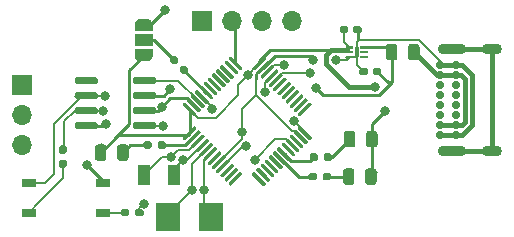
<source format=gbr>
%TF.GenerationSoftware,KiCad,Pcbnew,(5.1.10)-1*%
%TF.CreationDate,2022-11-03T02:13:26+01:00*%
%TF.ProjectId,can2usb,63616e32-7573-4622-9e6b-696361645f70,rev?*%
%TF.SameCoordinates,Original*%
%TF.FileFunction,Copper,L1,Top*%
%TF.FilePolarity,Positive*%
%FSLAX46Y46*%
G04 Gerber Fmt 4.6, Leading zero omitted, Abs format (unit mm)*
G04 Created by KiCad (PCBNEW (5.1.10)-1) date 2022-11-03 02:13:26*
%MOMM*%
%LPD*%
G01*
G04 APERTURE LIST*
%TA.AperFunction,SMDPad,CuDef*%
%ADD10R,0.300000X0.940000*%
%TD*%
%TA.AperFunction,SMDPad,CuDef*%
%ADD11R,1.000000X1.800000*%
%TD*%
%TA.AperFunction,SMDPad,CuDef*%
%ADD12R,2.000000X2.400000*%
%TD*%
%TA.AperFunction,SMDPad,CuDef*%
%ADD13R,1.200000X0.800000*%
%TD*%
%TA.AperFunction,ComponentPad*%
%ADD14O,1.700000X0.900000*%
%TD*%
%TA.AperFunction,ComponentPad*%
%ADD15O,2.400000X0.900000*%
%TD*%
%TA.AperFunction,ComponentPad*%
%ADD16C,0.700000*%
%TD*%
%TA.AperFunction,SMDPad,CuDef*%
%ADD17R,1.500000X1.000000*%
%TD*%
%TA.AperFunction,SMDPad,CuDef*%
%ADD18C,0.100000*%
%TD*%
%TA.AperFunction,ComponentPad*%
%ADD19O,1.700000X1.700000*%
%TD*%
%TA.AperFunction,ComponentPad*%
%ADD20R,1.700000X1.700000*%
%TD*%
%TA.AperFunction,ViaPad*%
%ADD21C,0.800000*%
%TD*%
%TA.AperFunction,Conductor*%
%ADD22C,0.400000*%
%TD*%
%TA.AperFunction,Conductor*%
%ADD23C,0.200000*%
%TD*%
%TA.AperFunction,Conductor*%
%ADD24C,0.250000*%
%TD*%
G04 APERTURE END LIST*
%TO.P,U6,1*%
%TO.N,+3V3*%
%TA.AperFunction,SMDPad,CuDef*%
G36*
G01*
X143576000Y-76656000D02*
X143576000Y-76468000D01*
G75*
G02*
X143582000Y-76462000I6000J0D01*
G01*
X144220000Y-76462000D01*
G75*
G02*
X144226000Y-76468000I0J-6000D01*
G01*
X144226000Y-76656000D01*
G75*
G02*
X144220000Y-76662000I-6000J0D01*
G01*
X143582000Y-76662000D01*
G75*
G02*
X143576000Y-76656000I0J6000D01*
G01*
G37*
%TD.AperFunction*%
%TO.P,U6,2*%
%TA.AperFunction,SMDPad,CuDef*%
G36*
G01*
X143576000Y-77056000D02*
X143576000Y-76868000D01*
G75*
G02*
X143582000Y-76862000I6000J0D01*
G01*
X144220000Y-76862000D01*
G75*
G02*
X144226000Y-76868000I0J-6000D01*
G01*
X144226000Y-77056000D01*
G75*
G02*
X144220000Y-77062000I-6000J0D01*
G01*
X143582000Y-77062000D01*
G75*
G02*
X143576000Y-77056000I0J6000D01*
G01*
G37*
%TD.AperFunction*%
%TO.P,U6,3*%
%TO.N,GND*%
%TA.AperFunction,SMDPad,CuDef*%
G36*
G01*
X143576000Y-77456000D02*
X143576000Y-77268000D01*
G75*
G02*
X143582000Y-77262000I6000J0D01*
G01*
X144220000Y-77262000D01*
G75*
G02*
X144226000Y-77268000I0J-6000D01*
G01*
X144226000Y-77456000D01*
G75*
G02*
X144220000Y-77462000I-6000J0D01*
G01*
X143582000Y-77462000D01*
G75*
G02*
X143576000Y-77456000I0J6000D01*
G01*
G37*
%TD.AperFunction*%
%TO.P,U6,4*%
%TO.N,N/C*%
%TA.AperFunction,SMDPad,CuDef*%
G36*
G01*
X144826000Y-77456000D02*
X144826000Y-77268000D01*
G75*
G02*
X144832000Y-77262000I6000J0D01*
G01*
X145470000Y-77262000D01*
G75*
G02*
X145476000Y-77268000I0J-6000D01*
G01*
X145476000Y-77456000D01*
G75*
G02*
X145470000Y-77462000I-6000J0D01*
G01*
X144832000Y-77462000D01*
G75*
G02*
X144826000Y-77456000I0J6000D01*
G01*
G37*
%TD.AperFunction*%
%TO.P,U6,5*%
%TA.AperFunction,SMDPad,CuDef*%
G36*
G01*
X144826000Y-77056000D02*
X144826000Y-76868000D01*
G75*
G02*
X144832000Y-76862000I6000J0D01*
G01*
X145470000Y-76862000D01*
G75*
G02*
X145476000Y-76868000I0J-6000D01*
G01*
X145476000Y-77056000D01*
G75*
G02*
X145470000Y-77062000I-6000J0D01*
G01*
X144832000Y-77062000D01*
G75*
G02*
X144826000Y-77056000I0J6000D01*
G01*
G37*
%TD.AperFunction*%
%TO.P,U6,6*%
%TO.N,+5V*%
%TA.AperFunction,SMDPad,CuDef*%
G36*
G01*
X144826000Y-76656000D02*
X144826000Y-76468000D01*
G75*
G02*
X144832000Y-76462000I6000J0D01*
G01*
X145470000Y-76462000D01*
G75*
G02*
X145476000Y-76468000I0J-6000D01*
G01*
X145476000Y-76656000D01*
G75*
G02*
X145470000Y-76662000I-6000J0D01*
G01*
X144832000Y-76662000D01*
G75*
G02*
X144826000Y-76656000I0J6000D01*
G01*
G37*
%TD.AperFunction*%
D10*
%TO.P,U6,7*%
%TO.N,GND*%
X144526000Y-76962000D03*
%TD*%
D11*
%TO.P,Y2,2*%
%TO.N,L_OSC_OUT*%
X129032000Y-87376000D03*
%TO.P,Y2,1*%
%TO.N,L_OSC_IN*%
X126532000Y-87376000D03*
%TD*%
D12*
%TO.P,Y1,2*%
%TO.N,OSC_OUT*%
X132207000Y-90932000D03*
%TO.P,Y1,1*%
%TO.N,OSC_IN*%
X128507000Y-90932000D03*
%TD*%
%TO.P,U3,8*%
%TO.N,GND*%
%TA.AperFunction,SMDPad,CuDef*%
G36*
G01*
X122579000Y-83035000D02*
X122579000Y-83335000D01*
G75*
G02*
X122429000Y-83485000I-150000J0D01*
G01*
X120779000Y-83485000D01*
G75*
G02*
X120629000Y-83335000I0J150000D01*
G01*
X120629000Y-83035000D01*
G75*
G02*
X120779000Y-82885000I150000J0D01*
G01*
X122429000Y-82885000D01*
G75*
G02*
X122579000Y-83035000I0J-150000D01*
G01*
G37*
%TD.AperFunction*%
%TO.P,U3,7*%
%TO.N,CAN_H*%
%TA.AperFunction,SMDPad,CuDef*%
G36*
G01*
X122579000Y-81765000D02*
X122579000Y-82065000D01*
G75*
G02*
X122429000Y-82215000I-150000J0D01*
G01*
X120779000Y-82215000D01*
G75*
G02*
X120629000Y-82065000I0J150000D01*
G01*
X120629000Y-81765000D01*
G75*
G02*
X120779000Y-81615000I150000J0D01*
G01*
X122429000Y-81615000D01*
G75*
G02*
X122579000Y-81765000I0J-150000D01*
G01*
G37*
%TD.AperFunction*%
%TO.P,U3,6*%
%TO.N,CAN_L*%
%TA.AperFunction,SMDPad,CuDef*%
G36*
G01*
X122579000Y-80495000D02*
X122579000Y-80795000D01*
G75*
G02*
X122429000Y-80945000I-150000J0D01*
G01*
X120779000Y-80945000D01*
G75*
G02*
X120629000Y-80795000I0J150000D01*
G01*
X120629000Y-80495000D01*
G75*
G02*
X120779000Y-80345000I150000J0D01*
G01*
X122429000Y-80345000D01*
G75*
G02*
X122579000Y-80495000I0J-150000D01*
G01*
G37*
%TD.AperFunction*%
%TO.P,U3,5*%
%TO.N,N/C*%
%TA.AperFunction,SMDPad,CuDef*%
G36*
G01*
X122579000Y-79225000D02*
X122579000Y-79525000D01*
G75*
G02*
X122429000Y-79675000I-150000J0D01*
G01*
X120779000Y-79675000D01*
G75*
G02*
X120629000Y-79525000I0J150000D01*
G01*
X120629000Y-79225000D01*
G75*
G02*
X120779000Y-79075000I150000J0D01*
G01*
X122429000Y-79075000D01*
G75*
G02*
X122579000Y-79225000I0J-150000D01*
G01*
G37*
%TD.AperFunction*%
%TO.P,U3,4*%
%TO.N,CAN_TX*%
%TA.AperFunction,SMDPad,CuDef*%
G36*
G01*
X127529000Y-79225000D02*
X127529000Y-79525000D01*
G75*
G02*
X127379000Y-79675000I-150000J0D01*
G01*
X125729000Y-79675000D01*
G75*
G02*
X125579000Y-79525000I0J150000D01*
G01*
X125579000Y-79225000D01*
G75*
G02*
X125729000Y-79075000I150000J0D01*
G01*
X127379000Y-79075000D01*
G75*
G02*
X127529000Y-79225000I0J-150000D01*
G01*
G37*
%TD.AperFunction*%
%TO.P,U3,3*%
%TO.N,+5V*%
%TA.AperFunction,SMDPad,CuDef*%
G36*
G01*
X127529000Y-80495000D02*
X127529000Y-80795000D01*
G75*
G02*
X127379000Y-80945000I-150000J0D01*
G01*
X125729000Y-80945000D01*
G75*
G02*
X125579000Y-80795000I0J150000D01*
G01*
X125579000Y-80495000D01*
G75*
G02*
X125729000Y-80345000I150000J0D01*
G01*
X127379000Y-80345000D01*
G75*
G02*
X127529000Y-80495000I0J-150000D01*
G01*
G37*
%TD.AperFunction*%
%TO.P,U3,2*%
%TO.N,GND*%
%TA.AperFunction,SMDPad,CuDef*%
G36*
G01*
X127529000Y-81765000D02*
X127529000Y-82065000D01*
G75*
G02*
X127379000Y-82215000I-150000J0D01*
G01*
X125729000Y-82215000D01*
G75*
G02*
X125579000Y-82065000I0J150000D01*
G01*
X125579000Y-81765000D01*
G75*
G02*
X125729000Y-81615000I150000J0D01*
G01*
X127379000Y-81615000D01*
G75*
G02*
X127529000Y-81765000I0J-150000D01*
G01*
G37*
%TD.AperFunction*%
%TO.P,U3,1*%
%TO.N,CAN_RX*%
%TA.AperFunction,SMDPad,CuDef*%
G36*
G01*
X127529000Y-83035000D02*
X127529000Y-83335000D01*
G75*
G02*
X127379000Y-83485000I-150000J0D01*
G01*
X125729000Y-83485000D01*
G75*
G02*
X125579000Y-83335000I0J150000D01*
G01*
X125579000Y-83035000D01*
G75*
G02*
X125729000Y-82885000I150000J0D01*
G01*
X127379000Y-82885000D01*
G75*
G02*
X127529000Y-83035000I0J-150000D01*
G01*
G37*
%TD.AperFunction*%
%TD*%
D13*
%TO.P,U2,1*%
%TO.N,Net-(R5-Pad2)*%
X123038000Y-90551000D03*
%TO.P,U2,4*%
%TO.N,CAN_L*%
X116738000Y-88011000D03*
%TO.P,U2,3*%
%TO.N,GND*%
X123038000Y-88011000D03*
%TO.P,U2,6*%
%TO.N,Net-(R_Terminator1-Pad2)*%
X116738000Y-90551000D03*
%TD*%
%TO.P,U1,48*%
%TO.N,+3V3*%
%TA.AperFunction,SMDPad,CuDef*%
G36*
G01*
X130729516Y-82379736D02*
X129792600Y-81442820D01*
G75*
G02*
X129792600Y-81336754I53033J53033D01*
G01*
X129898666Y-81230688D01*
G75*
G02*
X130004732Y-81230688I53033J-53033D01*
G01*
X130941648Y-82167604D01*
G75*
G02*
X130941648Y-82273670I-53033J-53033D01*
G01*
X130835582Y-82379736D01*
G75*
G02*
X130729516Y-82379736I-53033J53033D01*
G01*
G37*
%TD.AperFunction*%
%TO.P,U1,47*%
%TO.N,GND*%
%TA.AperFunction,SMDPad,CuDef*%
G36*
G01*
X131083070Y-82026182D02*
X130146154Y-81089266D01*
G75*
G02*
X130146154Y-80983200I53033J53033D01*
G01*
X130252220Y-80877134D01*
G75*
G02*
X130358286Y-80877134I53033J-53033D01*
G01*
X131295202Y-81814050D01*
G75*
G02*
X131295202Y-81920116I-53033J-53033D01*
G01*
X131189136Y-82026182D01*
G75*
G02*
X131083070Y-82026182I-53033J53033D01*
G01*
G37*
%TD.AperFunction*%
%TO.P,U1,46*%
%TO.N,CAN_TX*%
%TA.AperFunction,SMDPad,CuDef*%
G36*
G01*
X131436623Y-81672629D02*
X130499707Y-80735713D01*
G75*
G02*
X130499707Y-80629647I53033J53033D01*
G01*
X130605773Y-80523581D01*
G75*
G02*
X130711839Y-80523581I53033J-53033D01*
G01*
X131648755Y-81460497D01*
G75*
G02*
X131648755Y-81566563I-53033J-53033D01*
G01*
X131542689Y-81672629D01*
G75*
G02*
X131436623Y-81672629I-53033J53033D01*
G01*
G37*
%TD.AperFunction*%
%TO.P,U1,45*%
%TO.N,CAN_RX*%
%TA.AperFunction,SMDPad,CuDef*%
G36*
G01*
X131790177Y-81319075D02*
X130853261Y-80382159D01*
G75*
G02*
X130853261Y-80276093I53033J53033D01*
G01*
X130959327Y-80170027D01*
G75*
G02*
X131065393Y-80170027I53033J-53033D01*
G01*
X132002309Y-81106943D01*
G75*
G02*
X132002309Y-81213009I-53033J-53033D01*
G01*
X131896243Y-81319075D01*
G75*
G02*
X131790177Y-81319075I-53033J53033D01*
G01*
G37*
%TD.AperFunction*%
%TO.P,U1,44*%
%TO.N,BOOT0*%
%TA.AperFunction,SMDPad,CuDef*%
G36*
G01*
X132143730Y-80965522D02*
X131206814Y-80028606D01*
G75*
G02*
X131206814Y-79922540I53033J53033D01*
G01*
X131312880Y-79816474D01*
G75*
G02*
X131418946Y-79816474I53033J-53033D01*
G01*
X132355862Y-80753390D01*
G75*
G02*
X132355862Y-80859456I-53033J-53033D01*
G01*
X132249796Y-80965522D01*
G75*
G02*
X132143730Y-80965522I-53033J53033D01*
G01*
G37*
%TD.AperFunction*%
%TO.P,U1,43*%
%TO.N,N/C*%
%TA.AperFunction,SMDPad,CuDef*%
G36*
G01*
X132497283Y-80611969D02*
X131560367Y-79675053D01*
G75*
G02*
X131560367Y-79568987I53033J53033D01*
G01*
X131666433Y-79462921D01*
G75*
G02*
X131772499Y-79462921I53033J-53033D01*
G01*
X132709415Y-80399837D01*
G75*
G02*
X132709415Y-80505903I-53033J-53033D01*
G01*
X132603349Y-80611969D01*
G75*
G02*
X132497283Y-80611969I-53033J53033D01*
G01*
G37*
%TD.AperFunction*%
%TO.P,U1,42*%
%TA.AperFunction,SMDPad,CuDef*%
G36*
G01*
X132850837Y-80258415D02*
X131913921Y-79321499D01*
G75*
G02*
X131913921Y-79215433I53033J53033D01*
G01*
X132019987Y-79109367D01*
G75*
G02*
X132126053Y-79109367I53033J-53033D01*
G01*
X133062969Y-80046283D01*
G75*
G02*
X133062969Y-80152349I-53033J-53033D01*
G01*
X132956903Y-80258415D01*
G75*
G02*
X132850837Y-80258415I-53033J53033D01*
G01*
G37*
%TD.AperFunction*%
%TO.P,U1,41*%
%TA.AperFunction,SMDPad,CuDef*%
G36*
G01*
X133204390Y-79904862D02*
X132267474Y-78967946D01*
G75*
G02*
X132267474Y-78861880I53033J53033D01*
G01*
X132373540Y-78755814D01*
G75*
G02*
X132479606Y-78755814I53033J-53033D01*
G01*
X133416522Y-79692730D01*
G75*
G02*
X133416522Y-79798796I-53033J-53033D01*
G01*
X133310456Y-79904862D01*
G75*
G02*
X133204390Y-79904862I-53033J53033D01*
G01*
G37*
%TD.AperFunction*%
%TO.P,U1,40*%
%TA.AperFunction,SMDPad,CuDef*%
G36*
G01*
X133557943Y-79551309D02*
X132621027Y-78614393D01*
G75*
G02*
X132621027Y-78508327I53033J53033D01*
G01*
X132727093Y-78402261D01*
G75*
G02*
X132833159Y-78402261I53033J-53033D01*
G01*
X133770075Y-79339177D01*
G75*
G02*
X133770075Y-79445243I-53033J-53033D01*
G01*
X133664009Y-79551309D01*
G75*
G02*
X133557943Y-79551309I-53033J53033D01*
G01*
G37*
%TD.AperFunction*%
%TO.P,U1,39*%
%TA.AperFunction,SMDPad,CuDef*%
G36*
G01*
X133911497Y-79197755D02*
X132974581Y-78260839D01*
G75*
G02*
X132974581Y-78154773I53033J53033D01*
G01*
X133080647Y-78048707D01*
G75*
G02*
X133186713Y-78048707I53033J-53033D01*
G01*
X134123629Y-78985623D01*
G75*
G02*
X134123629Y-79091689I-53033J-53033D01*
G01*
X134017563Y-79197755D01*
G75*
G02*
X133911497Y-79197755I-53033J53033D01*
G01*
G37*
%TD.AperFunction*%
%TO.P,U1,38*%
%TA.AperFunction,SMDPad,CuDef*%
G36*
G01*
X134265050Y-78844202D02*
X133328134Y-77907286D01*
G75*
G02*
X133328134Y-77801220I53033J53033D01*
G01*
X133434200Y-77695154D01*
G75*
G02*
X133540266Y-77695154I53033J-53033D01*
G01*
X134477182Y-78632070D01*
G75*
G02*
X134477182Y-78738136I-53033J-53033D01*
G01*
X134371116Y-78844202D01*
G75*
G02*
X134265050Y-78844202I-53033J53033D01*
G01*
G37*
%TD.AperFunction*%
%TO.P,U1,37*%
%TO.N,SWCLK*%
%TA.AperFunction,SMDPad,CuDef*%
G36*
G01*
X134618604Y-78490648D02*
X133681688Y-77553732D01*
G75*
G02*
X133681688Y-77447666I53033J53033D01*
G01*
X133787754Y-77341600D01*
G75*
G02*
X133893820Y-77341600I53033J-53033D01*
G01*
X134830736Y-78278516D01*
G75*
G02*
X134830736Y-78384582I-53033J-53033D01*
G01*
X134724670Y-78490648D01*
G75*
G02*
X134618604Y-78490648I-53033J53033D01*
G01*
G37*
%TD.AperFunction*%
%TO.P,U1,36*%
%TO.N,+3V3*%
%TA.AperFunction,SMDPad,CuDef*%
G36*
G01*
X135785330Y-78490648D02*
X135679264Y-78384582D01*
G75*
G02*
X135679264Y-78278516I53033J53033D01*
G01*
X136616180Y-77341600D01*
G75*
G02*
X136722246Y-77341600I53033J-53033D01*
G01*
X136828312Y-77447666D01*
G75*
G02*
X136828312Y-77553732I-53033J-53033D01*
G01*
X135891396Y-78490648D01*
G75*
G02*
X135785330Y-78490648I-53033J53033D01*
G01*
G37*
%TD.AperFunction*%
%TO.P,U1,35*%
%TO.N,GND*%
%TA.AperFunction,SMDPad,CuDef*%
G36*
G01*
X136138884Y-78844202D02*
X136032818Y-78738136D01*
G75*
G02*
X136032818Y-78632070I53033J53033D01*
G01*
X136969734Y-77695154D01*
G75*
G02*
X137075800Y-77695154I53033J-53033D01*
G01*
X137181866Y-77801220D01*
G75*
G02*
X137181866Y-77907286I-53033J-53033D01*
G01*
X136244950Y-78844202D01*
G75*
G02*
X136138884Y-78844202I-53033J53033D01*
G01*
G37*
%TD.AperFunction*%
%TO.P,U1,34*%
%TO.N,SWDIO*%
%TA.AperFunction,SMDPad,CuDef*%
G36*
G01*
X136492437Y-79197755D02*
X136386371Y-79091689D01*
G75*
G02*
X136386371Y-78985623I53033J53033D01*
G01*
X137323287Y-78048707D01*
G75*
G02*
X137429353Y-78048707I53033J-53033D01*
G01*
X137535419Y-78154773D01*
G75*
G02*
X137535419Y-78260839I-53033J-53033D01*
G01*
X136598503Y-79197755D01*
G75*
G02*
X136492437Y-79197755I-53033J53033D01*
G01*
G37*
%TD.AperFunction*%
%TO.P,U1,33*%
%TO.N,USB_D+*%
%TA.AperFunction,SMDPad,CuDef*%
G36*
G01*
X136845991Y-79551309D02*
X136739925Y-79445243D01*
G75*
G02*
X136739925Y-79339177I53033J53033D01*
G01*
X137676841Y-78402261D01*
G75*
G02*
X137782907Y-78402261I53033J-53033D01*
G01*
X137888973Y-78508327D01*
G75*
G02*
X137888973Y-78614393I-53033J-53033D01*
G01*
X136952057Y-79551309D01*
G75*
G02*
X136845991Y-79551309I-53033J53033D01*
G01*
G37*
%TD.AperFunction*%
%TO.P,U1,32*%
%TO.N,USB_D-*%
%TA.AperFunction,SMDPad,CuDef*%
G36*
G01*
X137199544Y-79904862D02*
X137093478Y-79798796D01*
G75*
G02*
X137093478Y-79692730I53033J53033D01*
G01*
X138030394Y-78755814D01*
G75*
G02*
X138136460Y-78755814I53033J-53033D01*
G01*
X138242526Y-78861880D01*
G75*
G02*
X138242526Y-78967946I-53033J-53033D01*
G01*
X137305610Y-79904862D01*
G75*
G02*
X137199544Y-79904862I-53033J53033D01*
G01*
G37*
%TD.AperFunction*%
%TO.P,U1,31*%
%TO.N,N/C*%
%TA.AperFunction,SMDPad,CuDef*%
G36*
G01*
X137553097Y-80258415D02*
X137447031Y-80152349D01*
G75*
G02*
X137447031Y-80046283I53033J53033D01*
G01*
X138383947Y-79109367D01*
G75*
G02*
X138490013Y-79109367I53033J-53033D01*
G01*
X138596079Y-79215433D01*
G75*
G02*
X138596079Y-79321499I-53033J-53033D01*
G01*
X137659163Y-80258415D01*
G75*
G02*
X137553097Y-80258415I-53033J53033D01*
G01*
G37*
%TD.AperFunction*%
%TO.P,U1,30*%
%TA.AperFunction,SMDPad,CuDef*%
G36*
G01*
X137906651Y-80611969D02*
X137800585Y-80505903D01*
G75*
G02*
X137800585Y-80399837I53033J53033D01*
G01*
X138737501Y-79462921D01*
G75*
G02*
X138843567Y-79462921I53033J-53033D01*
G01*
X138949633Y-79568987D01*
G75*
G02*
X138949633Y-79675053I-53033J-53033D01*
G01*
X138012717Y-80611969D01*
G75*
G02*
X137906651Y-80611969I-53033J53033D01*
G01*
G37*
%TD.AperFunction*%
%TO.P,U1,29*%
%TA.AperFunction,SMDPad,CuDef*%
G36*
G01*
X138260204Y-80965522D02*
X138154138Y-80859456D01*
G75*
G02*
X138154138Y-80753390I53033J53033D01*
G01*
X139091054Y-79816474D01*
G75*
G02*
X139197120Y-79816474I53033J-53033D01*
G01*
X139303186Y-79922540D01*
G75*
G02*
X139303186Y-80028606I-53033J-53033D01*
G01*
X138366270Y-80965522D01*
G75*
G02*
X138260204Y-80965522I-53033J53033D01*
G01*
G37*
%TD.AperFunction*%
%TO.P,U1,28*%
%TA.AperFunction,SMDPad,CuDef*%
G36*
G01*
X138613757Y-81319075D02*
X138507691Y-81213009D01*
G75*
G02*
X138507691Y-81106943I53033J53033D01*
G01*
X139444607Y-80170027D01*
G75*
G02*
X139550673Y-80170027I53033J-53033D01*
G01*
X139656739Y-80276093D01*
G75*
G02*
X139656739Y-80382159I-53033J-53033D01*
G01*
X138719823Y-81319075D01*
G75*
G02*
X138613757Y-81319075I-53033J53033D01*
G01*
G37*
%TD.AperFunction*%
%TO.P,U1,27*%
%TA.AperFunction,SMDPad,CuDef*%
G36*
G01*
X138967311Y-81672629D02*
X138861245Y-81566563D01*
G75*
G02*
X138861245Y-81460497I53033J53033D01*
G01*
X139798161Y-80523581D01*
G75*
G02*
X139904227Y-80523581I53033J-53033D01*
G01*
X140010293Y-80629647D01*
G75*
G02*
X140010293Y-80735713I-53033J-53033D01*
G01*
X139073377Y-81672629D01*
G75*
G02*
X138967311Y-81672629I-53033J53033D01*
G01*
G37*
%TD.AperFunction*%
%TO.P,U1,26*%
%TA.AperFunction,SMDPad,CuDef*%
G36*
G01*
X139320864Y-82026182D02*
X139214798Y-81920116D01*
G75*
G02*
X139214798Y-81814050I53033J53033D01*
G01*
X140151714Y-80877134D01*
G75*
G02*
X140257780Y-80877134I53033J-53033D01*
G01*
X140363846Y-80983200D01*
G75*
G02*
X140363846Y-81089266I-53033J-53033D01*
G01*
X139426930Y-82026182D01*
G75*
G02*
X139320864Y-82026182I-53033J53033D01*
G01*
G37*
%TD.AperFunction*%
%TO.P,U1,25*%
%TA.AperFunction,SMDPad,CuDef*%
G36*
G01*
X139674418Y-82379736D02*
X139568352Y-82273670D01*
G75*
G02*
X139568352Y-82167604I53033J53033D01*
G01*
X140505268Y-81230688D01*
G75*
G02*
X140611334Y-81230688I53033J-53033D01*
G01*
X140717400Y-81336754D01*
G75*
G02*
X140717400Y-81442820I-53033J-53033D01*
G01*
X139780484Y-82379736D01*
G75*
G02*
X139674418Y-82379736I-53033J53033D01*
G01*
G37*
%TD.AperFunction*%
%TO.P,U1,24*%
%TO.N,+3V3*%
%TA.AperFunction,SMDPad,CuDef*%
G36*
G01*
X140505268Y-84377312D02*
X139568352Y-83440396D01*
G75*
G02*
X139568352Y-83334330I53033J53033D01*
G01*
X139674418Y-83228264D01*
G75*
G02*
X139780484Y-83228264I53033J-53033D01*
G01*
X140717400Y-84165180D01*
G75*
G02*
X140717400Y-84271246I-53033J-53033D01*
G01*
X140611334Y-84377312D01*
G75*
G02*
X140505268Y-84377312I-53033J53033D01*
G01*
G37*
%TD.AperFunction*%
%TO.P,U1,23*%
%TO.N,GND*%
%TA.AperFunction,SMDPad,CuDef*%
G36*
G01*
X140151714Y-84730866D02*
X139214798Y-83793950D01*
G75*
G02*
X139214798Y-83687884I53033J53033D01*
G01*
X139320864Y-83581818D01*
G75*
G02*
X139426930Y-83581818I53033J-53033D01*
G01*
X140363846Y-84518734D01*
G75*
G02*
X140363846Y-84624800I-53033J-53033D01*
G01*
X140257780Y-84730866D01*
G75*
G02*
X140151714Y-84730866I-53033J53033D01*
G01*
G37*
%TD.AperFunction*%
%TO.P,U1,22*%
%TO.N,N/C*%
%TA.AperFunction,SMDPad,CuDef*%
G36*
G01*
X139798161Y-85084419D02*
X138861245Y-84147503D01*
G75*
G02*
X138861245Y-84041437I53033J53033D01*
G01*
X138967311Y-83935371D01*
G75*
G02*
X139073377Y-83935371I53033J-53033D01*
G01*
X140010293Y-84872287D01*
G75*
G02*
X140010293Y-84978353I-53033J-53033D01*
G01*
X139904227Y-85084419D01*
G75*
G02*
X139798161Y-85084419I-53033J53033D01*
G01*
G37*
%TD.AperFunction*%
%TO.P,U1,21*%
%TO.N,TERMINATOR_SW*%
%TA.AperFunction,SMDPad,CuDef*%
G36*
G01*
X139444607Y-85437973D02*
X138507691Y-84501057D01*
G75*
G02*
X138507691Y-84394991I53033J53033D01*
G01*
X138613757Y-84288925D01*
G75*
G02*
X138719823Y-84288925I53033J-53033D01*
G01*
X139656739Y-85225841D01*
G75*
G02*
X139656739Y-85331907I-53033J-53033D01*
G01*
X139550673Y-85437973D01*
G75*
G02*
X139444607Y-85437973I-53033J53033D01*
G01*
G37*
%TD.AperFunction*%
%TO.P,U1,20*%
%TO.N,N/C*%
%TA.AperFunction,SMDPad,CuDef*%
G36*
G01*
X139091054Y-85791526D02*
X138154138Y-84854610D01*
G75*
G02*
X138154138Y-84748544I53033J53033D01*
G01*
X138260204Y-84642478D01*
G75*
G02*
X138366270Y-84642478I53033J-53033D01*
G01*
X139303186Y-85579394D01*
G75*
G02*
X139303186Y-85685460I-53033J-53033D01*
G01*
X139197120Y-85791526D01*
G75*
G02*
X139091054Y-85791526I-53033J53033D01*
G01*
G37*
%TD.AperFunction*%
%TO.P,U1,19*%
%TO.N,UART_LED*%
%TA.AperFunction,SMDPad,CuDef*%
G36*
G01*
X138737501Y-86145079D02*
X137800585Y-85208163D01*
G75*
G02*
X137800585Y-85102097I53033J53033D01*
G01*
X137906651Y-84996031D01*
G75*
G02*
X138012717Y-84996031I53033J-53033D01*
G01*
X138949633Y-85932947D01*
G75*
G02*
X138949633Y-86039013I-53033J-53033D01*
G01*
X138843567Y-86145079D01*
G75*
G02*
X138737501Y-86145079I-53033J53033D01*
G01*
G37*
%TD.AperFunction*%
%TO.P,U1,18*%
%TO.N,CAN_LED*%
%TA.AperFunction,SMDPad,CuDef*%
G36*
G01*
X138383947Y-86498633D02*
X137447031Y-85561717D01*
G75*
G02*
X137447031Y-85455651I53033J53033D01*
G01*
X137553097Y-85349585D01*
G75*
G02*
X137659163Y-85349585I53033J-53033D01*
G01*
X138596079Y-86286501D01*
G75*
G02*
X138596079Y-86392567I-53033J-53033D01*
G01*
X138490013Y-86498633D01*
G75*
G02*
X138383947Y-86498633I-53033J53033D01*
G01*
G37*
%TD.AperFunction*%
%TO.P,U1,17*%
%TO.N,N/C*%
%TA.AperFunction,SMDPad,CuDef*%
G36*
G01*
X138030394Y-86852186D02*
X137093478Y-85915270D01*
G75*
G02*
X137093478Y-85809204I53033J53033D01*
G01*
X137199544Y-85703138D01*
G75*
G02*
X137305610Y-85703138I53033J-53033D01*
G01*
X138242526Y-86640054D01*
G75*
G02*
X138242526Y-86746120I-53033J-53033D01*
G01*
X138136460Y-86852186D01*
G75*
G02*
X138030394Y-86852186I-53033J53033D01*
G01*
G37*
%TD.AperFunction*%
%TO.P,U1,16*%
%TA.AperFunction,SMDPad,CuDef*%
G36*
G01*
X137676841Y-87205739D02*
X136739925Y-86268823D01*
G75*
G02*
X136739925Y-86162757I53033J53033D01*
G01*
X136845991Y-86056691D01*
G75*
G02*
X136952057Y-86056691I53033J-53033D01*
G01*
X137888973Y-86993607D01*
G75*
G02*
X137888973Y-87099673I-53033J-53033D01*
G01*
X137782907Y-87205739D01*
G75*
G02*
X137676841Y-87205739I-53033J53033D01*
G01*
G37*
%TD.AperFunction*%
%TO.P,U1,15*%
%TA.AperFunction,SMDPad,CuDef*%
G36*
G01*
X137323287Y-87559293D02*
X136386371Y-86622377D01*
G75*
G02*
X136386371Y-86516311I53033J53033D01*
G01*
X136492437Y-86410245D01*
G75*
G02*
X136598503Y-86410245I53033J-53033D01*
G01*
X137535419Y-87347161D01*
G75*
G02*
X137535419Y-87453227I-53033J-53033D01*
G01*
X137429353Y-87559293D01*
G75*
G02*
X137323287Y-87559293I-53033J53033D01*
G01*
G37*
%TD.AperFunction*%
%TO.P,U1,14*%
%TA.AperFunction,SMDPad,CuDef*%
G36*
G01*
X136969734Y-87912846D02*
X136032818Y-86975930D01*
G75*
G02*
X136032818Y-86869864I53033J53033D01*
G01*
X136138884Y-86763798D01*
G75*
G02*
X136244950Y-86763798I53033J-53033D01*
G01*
X137181866Y-87700714D01*
G75*
G02*
X137181866Y-87806780I-53033J-53033D01*
G01*
X137075800Y-87912846D01*
G75*
G02*
X136969734Y-87912846I-53033J53033D01*
G01*
G37*
%TD.AperFunction*%
%TO.P,U1,13*%
%TA.AperFunction,SMDPad,CuDef*%
G36*
G01*
X136616180Y-88266400D02*
X135679264Y-87329484D01*
G75*
G02*
X135679264Y-87223418I53033J53033D01*
G01*
X135785330Y-87117352D01*
G75*
G02*
X135891396Y-87117352I53033J-53033D01*
G01*
X136828312Y-88054268D01*
G75*
G02*
X136828312Y-88160334I-53033J-53033D01*
G01*
X136722246Y-88266400D01*
G75*
G02*
X136616180Y-88266400I-53033J53033D01*
G01*
G37*
%TD.AperFunction*%
%TO.P,U1,12*%
%TA.AperFunction,SMDPad,CuDef*%
G36*
G01*
X133787754Y-88266400D02*
X133681688Y-88160334D01*
G75*
G02*
X133681688Y-88054268I53033J53033D01*
G01*
X134618604Y-87117352D01*
G75*
G02*
X134724670Y-87117352I53033J-53033D01*
G01*
X134830736Y-87223418D01*
G75*
G02*
X134830736Y-87329484I-53033J-53033D01*
G01*
X133893820Y-88266400D01*
G75*
G02*
X133787754Y-88266400I-53033J53033D01*
G01*
G37*
%TD.AperFunction*%
%TO.P,U1,11*%
%TA.AperFunction,SMDPad,CuDef*%
G36*
G01*
X133434200Y-87912846D02*
X133328134Y-87806780D01*
G75*
G02*
X133328134Y-87700714I53033J53033D01*
G01*
X134265050Y-86763798D01*
G75*
G02*
X134371116Y-86763798I53033J-53033D01*
G01*
X134477182Y-86869864D01*
G75*
G02*
X134477182Y-86975930I-53033J-53033D01*
G01*
X133540266Y-87912846D01*
G75*
G02*
X133434200Y-87912846I-53033J53033D01*
G01*
G37*
%TD.AperFunction*%
%TO.P,U1,10*%
%TA.AperFunction,SMDPad,CuDef*%
G36*
G01*
X133080647Y-87559293D02*
X132974581Y-87453227D01*
G75*
G02*
X132974581Y-87347161I53033J53033D01*
G01*
X133911497Y-86410245D01*
G75*
G02*
X134017563Y-86410245I53033J-53033D01*
G01*
X134123629Y-86516311D01*
G75*
G02*
X134123629Y-86622377I-53033J-53033D01*
G01*
X133186713Y-87559293D01*
G75*
G02*
X133080647Y-87559293I-53033J53033D01*
G01*
G37*
%TD.AperFunction*%
%TO.P,U1,9*%
%TO.N,+3V3*%
%TA.AperFunction,SMDPad,CuDef*%
G36*
G01*
X132727093Y-87205739D02*
X132621027Y-87099673D01*
G75*
G02*
X132621027Y-86993607I53033J53033D01*
G01*
X133557943Y-86056691D01*
G75*
G02*
X133664009Y-86056691I53033J-53033D01*
G01*
X133770075Y-86162757D01*
G75*
G02*
X133770075Y-86268823I-53033J-53033D01*
G01*
X132833159Y-87205739D01*
G75*
G02*
X132727093Y-87205739I-53033J53033D01*
G01*
G37*
%TD.AperFunction*%
%TO.P,U1,8*%
%TO.N,GND*%
%TA.AperFunction,SMDPad,CuDef*%
G36*
G01*
X132373540Y-86852186D02*
X132267474Y-86746120D01*
G75*
G02*
X132267474Y-86640054I53033J53033D01*
G01*
X133204390Y-85703138D01*
G75*
G02*
X133310456Y-85703138I53033J-53033D01*
G01*
X133416522Y-85809204D01*
G75*
G02*
X133416522Y-85915270I-53033J-53033D01*
G01*
X132479606Y-86852186D01*
G75*
G02*
X132373540Y-86852186I-53033J53033D01*
G01*
G37*
%TD.AperFunction*%
%TO.P,U1,7*%
%TO.N,N/C*%
%TA.AperFunction,SMDPad,CuDef*%
G36*
G01*
X132019987Y-86498633D02*
X131913921Y-86392567D01*
G75*
G02*
X131913921Y-86286501I53033J53033D01*
G01*
X132850837Y-85349585D01*
G75*
G02*
X132956903Y-85349585I53033J-53033D01*
G01*
X133062969Y-85455651D01*
G75*
G02*
X133062969Y-85561717I-53033J-53033D01*
G01*
X132126053Y-86498633D01*
G75*
G02*
X132019987Y-86498633I-53033J53033D01*
G01*
G37*
%TD.AperFunction*%
%TO.P,U1,6*%
%TO.N,OSC_OUT*%
%TA.AperFunction,SMDPad,CuDef*%
G36*
G01*
X131666433Y-86145079D02*
X131560367Y-86039013D01*
G75*
G02*
X131560367Y-85932947I53033J53033D01*
G01*
X132497283Y-84996031D01*
G75*
G02*
X132603349Y-84996031I53033J-53033D01*
G01*
X132709415Y-85102097D01*
G75*
G02*
X132709415Y-85208163I-53033J-53033D01*
G01*
X131772499Y-86145079D01*
G75*
G02*
X131666433Y-86145079I-53033J53033D01*
G01*
G37*
%TD.AperFunction*%
%TO.P,U1,5*%
%TO.N,OSC_IN*%
%TA.AperFunction,SMDPad,CuDef*%
G36*
G01*
X131312880Y-85791526D02*
X131206814Y-85685460D01*
G75*
G02*
X131206814Y-85579394I53033J53033D01*
G01*
X132143730Y-84642478D01*
G75*
G02*
X132249796Y-84642478I53033J-53033D01*
G01*
X132355862Y-84748544D01*
G75*
G02*
X132355862Y-84854610I-53033J-53033D01*
G01*
X131418946Y-85791526D01*
G75*
G02*
X131312880Y-85791526I-53033J53033D01*
G01*
G37*
%TD.AperFunction*%
%TO.P,U1,4*%
%TO.N,L_OSC_OUT*%
%TA.AperFunction,SMDPad,CuDef*%
G36*
G01*
X130959327Y-85437973D02*
X130853261Y-85331907D01*
G75*
G02*
X130853261Y-85225841I53033J53033D01*
G01*
X131790177Y-84288925D01*
G75*
G02*
X131896243Y-84288925I53033J-53033D01*
G01*
X132002309Y-84394991D01*
G75*
G02*
X132002309Y-84501057I-53033J-53033D01*
G01*
X131065393Y-85437973D01*
G75*
G02*
X130959327Y-85437973I-53033J53033D01*
G01*
G37*
%TD.AperFunction*%
%TO.P,U1,3*%
%TO.N,L_OSC_IN*%
%TA.AperFunction,SMDPad,CuDef*%
G36*
G01*
X130605773Y-85084419D02*
X130499707Y-84978353D01*
G75*
G02*
X130499707Y-84872287I53033J53033D01*
G01*
X131436623Y-83935371D01*
G75*
G02*
X131542689Y-83935371I53033J-53033D01*
G01*
X131648755Y-84041437D01*
G75*
G02*
X131648755Y-84147503I-53033J-53033D01*
G01*
X130711839Y-85084419D01*
G75*
G02*
X130605773Y-85084419I-53033J53033D01*
G01*
G37*
%TD.AperFunction*%
%TO.P,U1,2*%
%TO.N,B_LED*%
%TA.AperFunction,SMDPad,CuDef*%
G36*
G01*
X130252220Y-84730866D02*
X130146154Y-84624800D01*
G75*
G02*
X130146154Y-84518734I53033J53033D01*
G01*
X131083070Y-83581818D01*
G75*
G02*
X131189136Y-83581818I53033J-53033D01*
G01*
X131295202Y-83687884D01*
G75*
G02*
X131295202Y-83793950I-53033J-53033D01*
G01*
X130358286Y-84730866D01*
G75*
G02*
X130252220Y-84730866I-53033J53033D01*
G01*
G37*
%TD.AperFunction*%
%TO.P,U1,1*%
%TO.N,+3V3*%
%TA.AperFunction,SMDPad,CuDef*%
G36*
G01*
X129898666Y-84377312D02*
X129792600Y-84271246D01*
G75*
G02*
X129792600Y-84165180I53033J53033D01*
G01*
X130729516Y-83228264D01*
G75*
G02*
X130835582Y-83228264I53033J-53033D01*
G01*
X130941648Y-83334330D01*
G75*
G02*
X130941648Y-83440396I-53033J-53033D01*
G01*
X130004732Y-84377312D01*
G75*
G02*
X129898666Y-84377312I-53033J53033D01*
G01*
G37*
%TD.AperFunction*%
%TD*%
%TO.P,CAN_T,2*%
%TO.N,Net-(R_Terminator1-Pad2)*%
%TA.AperFunction,SMDPad,CuDef*%
G36*
G01*
X119474000Y-86054500D02*
X119794000Y-86054500D01*
G75*
G02*
X119954000Y-86214500I0J-160000D01*
G01*
X119954000Y-86609500D01*
G75*
G02*
X119794000Y-86769500I-160000J0D01*
G01*
X119474000Y-86769500D01*
G75*
G02*
X119314000Y-86609500I0J160000D01*
G01*
X119314000Y-86214500D01*
G75*
G02*
X119474000Y-86054500I160000J0D01*
G01*
G37*
%TD.AperFunction*%
%TO.P,CAN_T,1*%
%TO.N,CAN_H*%
%TA.AperFunction,SMDPad,CuDef*%
G36*
G01*
X119474000Y-84859500D02*
X119794000Y-84859500D01*
G75*
G02*
X119954000Y-85019500I0J-160000D01*
G01*
X119954000Y-85414500D01*
G75*
G02*
X119794000Y-85574500I-160000J0D01*
G01*
X119474000Y-85574500D01*
G75*
G02*
X119314000Y-85414500I0J160000D01*
G01*
X119314000Y-85019500D01*
G75*
G02*
X119474000Y-84859500I160000J0D01*
G01*
G37*
%TD.AperFunction*%
%TD*%
%TO.P,R8,2*%
%TO.N,Net-(JP1-Pad2)*%
%TA.AperFunction,SMDPad,CuDef*%
G36*
G01*
X129419932Y-77758658D02*
X129193658Y-77984932D01*
G75*
G02*
X128967384Y-77984932I-113137J113137D01*
G01*
X128688076Y-77705624D01*
G75*
G02*
X128688076Y-77479350I113137J113137D01*
G01*
X128914350Y-77253076D01*
G75*
G02*
X129140624Y-77253076I113137J-113137D01*
G01*
X129419932Y-77532384D01*
G75*
G02*
X129419932Y-77758658I-113137J-113137D01*
G01*
G37*
%TD.AperFunction*%
%TO.P,R8,1*%
%TO.N,BOOT0*%
%TA.AperFunction,SMDPad,CuDef*%
G36*
G01*
X130264924Y-78603650D02*
X130038650Y-78829924D01*
G75*
G02*
X129812376Y-78829924I-113137J113137D01*
G01*
X129533068Y-78550616D01*
G75*
G02*
X129533068Y-78324342I113137J113137D01*
G01*
X129759342Y-78098068D01*
G75*
G02*
X129985616Y-78098068I113137J-113137D01*
G01*
X130264924Y-78377376D01*
G75*
G02*
X130264924Y-78603650I-113137J-113137D01*
G01*
G37*
%TD.AperFunction*%
%TD*%
%TO.P,R5,2*%
%TO.N,Net-(R5-Pad2)*%
%TA.AperFunction,SMDPad,CuDef*%
G36*
G01*
X125273500Y-90391000D02*
X125273500Y-90711000D01*
G75*
G02*
X125113500Y-90871000I-160000J0D01*
G01*
X124718500Y-90871000D01*
G75*
G02*
X124558500Y-90711000I0J160000D01*
G01*
X124558500Y-90391000D01*
G75*
G02*
X124718500Y-90231000I160000J0D01*
G01*
X125113500Y-90231000D01*
G75*
G02*
X125273500Y-90391000I0J-160000D01*
G01*
G37*
%TD.AperFunction*%
%TO.P,R5,1*%
%TO.N,TERMINATOR_SW*%
%TA.AperFunction,SMDPad,CuDef*%
G36*
G01*
X126468500Y-90391000D02*
X126468500Y-90711000D01*
G75*
G02*
X126308500Y-90871000I-160000J0D01*
G01*
X125913500Y-90871000D01*
G75*
G02*
X125753500Y-90711000I0J160000D01*
G01*
X125753500Y-90391000D01*
G75*
G02*
X125913500Y-90231000I160000J0D01*
G01*
X126308500Y-90231000D01*
G75*
G02*
X126468500Y-90391000I0J-160000D01*
G01*
G37*
%TD.AperFunction*%
%TD*%
%TO.P,R4,2*%
%TO.N,B_LED*%
%TA.AperFunction,SMDPad,CuDef*%
G36*
G01*
X127658500Y-84996000D02*
X127658500Y-84676000D01*
G75*
G02*
X127818500Y-84516000I160000J0D01*
G01*
X128213500Y-84516000D01*
G75*
G02*
X128373500Y-84676000I0J-160000D01*
G01*
X128373500Y-84996000D01*
G75*
G02*
X128213500Y-85156000I-160000J0D01*
G01*
X127818500Y-85156000D01*
G75*
G02*
X127658500Y-84996000I0J160000D01*
G01*
G37*
%TD.AperFunction*%
%TO.P,R4,1*%
%TO.N,Net-(D3-Pad1)*%
%TA.AperFunction,SMDPad,CuDef*%
G36*
G01*
X126463500Y-84996000D02*
X126463500Y-84676000D01*
G75*
G02*
X126623500Y-84516000I160000J0D01*
G01*
X127018500Y-84516000D01*
G75*
G02*
X127178500Y-84676000I0J-160000D01*
G01*
X127178500Y-84996000D01*
G75*
G02*
X127018500Y-85156000I-160000J0D01*
G01*
X126623500Y-85156000D01*
G75*
G02*
X126463500Y-84996000I0J160000D01*
G01*
G37*
%TD.AperFunction*%
%TD*%
%TO.P,R3,2*%
%TO.N,UART_LED*%
%TA.AperFunction,SMDPad,CuDef*%
G36*
G01*
X141238000Y-85692000D02*
X141238000Y-86012000D01*
G75*
G02*
X141078000Y-86172000I-160000J0D01*
G01*
X140683000Y-86172000D01*
G75*
G02*
X140523000Y-86012000I0J160000D01*
G01*
X140523000Y-85692000D01*
G75*
G02*
X140683000Y-85532000I160000J0D01*
G01*
X141078000Y-85532000D01*
G75*
G02*
X141238000Y-85692000I0J-160000D01*
G01*
G37*
%TD.AperFunction*%
%TO.P,R3,1*%
%TO.N,Net-(D2-Pad1)*%
%TA.AperFunction,SMDPad,CuDef*%
G36*
G01*
X142433000Y-85692000D02*
X142433000Y-86012000D01*
G75*
G02*
X142273000Y-86172000I-160000J0D01*
G01*
X141878000Y-86172000D01*
G75*
G02*
X141718000Y-86012000I0J160000D01*
G01*
X141718000Y-85692000D01*
G75*
G02*
X141878000Y-85532000I160000J0D01*
G01*
X142273000Y-85532000D01*
G75*
G02*
X142433000Y-85692000I0J-160000D01*
G01*
G37*
%TD.AperFunction*%
%TD*%
%TO.P,R2,2*%
%TO.N,CAN_LED*%
%TA.AperFunction,SMDPad,CuDef*%
G36*
G01*
X141148500Y-87343000D02*
X141148500Y-87663000D01*
G75*
G02*
X140988500Y-87823000I-160000J0D01*
G01*
X140593500Y-87823000D01*
G75*
G02*
X140433500Y-87663000I0J160000D01*
G01*
X140433500Y-87343000D01*
G75*
G02*
X140593500Y-87183000I160000J0D01*
G01*
X140988500Y-87183000D01*
G75*
G02*
X141148500Y-87343000I0J-160000D01*
G01*
G37*
%TD.AperFunction*%
%TO.P,R2,1*%
%TO.N,Net-(D1-Pad1)*%
%TA.AperFunction,SMDPad,CuDef*%
G36*
G01*
X142343500Y-87343000D02*
X142343500Y-87663000D01*
G75*
G02*
X142183500Y-87823000I-160000J0D01*
G01*
X141788500Y-87823000D01*
G75*
G02*
X141628500Y-87663000I0J160000D01*
G01*
X141628500Y-87343000D01*
G75*
G02*
X141788500Y-87183000I160000J0D01*
G01*
X142183500Y-87183000D01*
G75*
G02*
X142343500Y-87343000I0J-160000D01*
G01*
G37*
%TD.AperFunction*%
%TD*%
D14*
%TO.P,P1,S1*%
%TO.N,Net-(P1-PadS1)*%
X155934500Y-76710500D03*
X155934500Y-85360500D03*
D15*
X152554500Y-76710500D03*
X152554500Y-85360500D03*
D16*
%TO.P,P1,B6*%
%TO.N,N/C*%
X152924500Y-80610500D03*
%TO.P,P1,B1*%
%TO.N,GND*%
X152924500Y-78060500D03*
%TO.P,P1,B4*%
%TO.N,Net-(F1-Pad1)*%
X152924500Y-78910500D03*
%TO.P,P1,B5*%
%TO.N,N/C*%
X152924500Y-79760500D03*
%TO.P,P1,B12*%
%TO.N,GND*%
X152924500Y-84010500D03*
%TO.P,P1,B8*%
%TO.N,N/C*%
X152924500Y-82310500D03*
%TO.P,P1,B7*%
X152924500Y-81460500D03*
%TO.P,P1,B9*%
%TO.N,Net-(F1-Pad1)*%
X152924500Y-83160500D03*
%TO.P,P1,A12*%
%TO.N,GND*%
X151574500Y-78060500D03*
%TO.P,P1,A9*%
%TO.N,Net-(F1-Pad1)*%
X151574500Y-78910500D03*
%TO.P,P1,A8*%
%TO.N,N/C*%
X151574500Y-79760500D03*
%TO.P,P1,A7*%
%TO.N,Net-(P1-PadA7)*%
X151574500Y-80610500D03*
%TO.P,P1,A6*%
%TO.N,Net-(P1-PadA6)*%
X151574500Y-81460500D03*
%TO.P,P1,A5*%
%TO.N,Net-(P1-PadA5)*%
X151574500Y-82310500D03*
%TO.P,P1,A4*%
%TO.N,Net-(F1-Pad1)*%
X151574500Y-83160500D03*
%TO.P,P1,A1*%
%TO.N,GND*%
X151574500Y-84010500D03*
%TD*%
D17*
%TO.P,JP1,2*%
%TO.N,Net-(JP1-Pad2)*%
X126492000Y-75946000D03*
%TA.AperFunction,SMDPad,CuDef*%
D18*
%TO.P,JP1,3*%
%TO.N,+3V3*%
G36*
X127241398Y-77246000D02*
G01*
X127241398Y-77270534D01*
X127236588Y-77319365D01*
X127227016Y-77367490D01*
X127212772Y-77414445D01*
X127193995Y-77459778D01*
X127170864Y-77503051D01*
X127143604Y-77543850D01*
X127112476Y-77581779D01*
X127077779Y-77616476D01*
X127039850Y-77647604D01*
X126999051Y-77674864D01*
X126955778Y-77697995D01*
X126910445Y-77716772D01*
X126863490Y-77731016D01*
X126815365Y-77740588D01*
X126766534Y-77745398D01*
X126742000Y-77745398D01*
X126742000Y-77746000D01*
X126242000Y-77746000D01*
X126242000Y-77745398D01*
X126217466Y-77745398D01*
X126168635Y-77740588D01*
X126120510Y-77731016D01*
X126073555Y-77716772D01*
X126028222Y-77697995D01*
X125984949Y-77674864D01*
X125944150Y-77647604D01*
X125906221Y-77616476D01*
X125871524Y-77581779D01*
X125840396Y-77543850D01*
X125813136Y-77503051D01*
X125790005Y-77459778D01*
X125771228Y-77414445D01*
X125756984Y-77367490D01*
X125747412Y-77319365D01*
X125742602Y-77270534D01*
X125742602Y-77246000D01*
X125742000Y-77246000D01*
X125742000Y-76696000D01*
X127242000Y-76696000D01*
X127242000Y-77246000D01*
X127241398Y-77246000D01*
G37*
%TD.AperFunction*%
%TA.AperFunction,SMDPad,CuDef*%
%TO.P,JP1,1*%
%TO.N,GND*%
G36*
X125742000Y-75196000D02*
G01*
X125742000Y-74646000D01*
X125742602Y-74646000D01*
X125742602Y-74621466D01*
X125747412Y-74572635D01*
X125756984Y-74524510D01*
X125771228Y-74477555D01*
X125790005Y-74432222D01*
X125813136Y-74388949D01*
X125840396Y-74348150D01*
X125871524Y-74310221D01*
X125906221Y-74275524D01*
X125944150Y-74244396D01*
X125984949Y-74217136D01*
X126028222Y-74194005D01*
X126073555Y-74175228D01*
X126120510Y-74160984D01*
X126168635Y-74151412D01*
X126217466Y-74146602D01*
X126242000Y-74146602D01*
X126242000Y-74146000D01*
X126742000Y-74146000D01*
X126742000Y-74146602D01*
X126766534Y-74146602D01*
X126815365Y-74151412D01*
X126863490Y-74160984D01*
X126910445Y-74175228D01*
X126955778Y-74194005D01*
X126999051Y-74217136D01*
X127039850Y-74244396D01*
X127077779Y-74275524D01*
X127112476Y-74310221D01*
X127143604Y-74348150D01*
X127170864Y-74388949D01*
X127193995Y-74432222D01*
X127212772Y-74477555D01*
X127227016Y-74524510D01*
X127236588Y-74572635D01*
X127241398Y-74621466D01*
X127241398Y-74646000D01*
X127242000Y-74646000D01*
X127242000Y-75196000D01*
X125742000Y-75196000D01*
G37*
%TD.AperFunction*%
%TD*%
D19*
%TO.P,J2,3*%
%TO.N,GND*%
X116205000Y-84836000D03*
%TO.P,J2,2*%
%TO.N,CAN_H*%
X116205000Y-82296000D03*
D20*
%TO.P,J2,1*%
%TO.N,CAN_L*%
X116205000Y-79756000D03*
%TD*%
D19*
%TO.P,J1,4*%
%TO.N,GND*%
X139065000Y-74295000D03*
%TO.P,J1,3*%
%TO.N,SWDIO*%
X136525000Y-74295000D03*
%TO.P,J1,2*%
%TO.N,SWCLK*%
X133985000Y-74295000D03*
D20*
%TO.P,J1,1*%
%TO.N,+5V*%
X131445000Y-74295000D03*
%TD*%
%TO.P,F1,2*%
%TO.N,+5V*%
%TA.AperFunction,SMDPad,CuDef*%
G36*
G01*
X147964500Y-76505750D02*
X147964500Y-77418250D01*
G75*
G02*
X147720750Y-77662000I-243750J0D01*
G01*
X147233250Y-77662000D01*
G75*
G02*
X146989500Y-77418250I0J243750D01*
G01*
X146989500Y-76505750D01*
G75*
G02*
X147233250Y-76262000I243750J0D01*
G01*
X147720750Y-76262000D01*
G75*
G02*
X147964500Y-76505750I0J-243750D01*
G01*
G37*
%TD.AperFunction*%
%TO.P,F1,1*%
%TO.N,Net-(F1-Pad1)*%
%TA.AperFunction,SMDPad,CuDef*%
G36*
G01*
X149839500Y-76505750D02*
X149839500Y-77418250D01*
G75*
G02*
X149595750Y-77662000I-243750J0D01*
G01*
X149108250Y-77662000D01*
G75*
G02*
X148864500Y-77418250I0J243750D01*
G01*
X148864500Y-76505750D01*
G75*
G02*
X149108250Y-76262000I243750J0D01*
G01*
X149595750Y-76262000D01*
G75*
G02*
X149839500Y-76505750I0J-243750D01*
G01*
G37*
%TD.AperFunction*%
%TD*%
%TO.P,D3,2*%
%TO.N,+3V3*%
%TA.AperFunction,SMDPad,CuDef*%
G36*
G01*
X123326500Y-85014750D02*
X123326500Y-85927250D01*
G75*
G02*
X123082750Y-86171000I-243750J0D01*
G01*
X122595250Y-86171000D01*
G75*
G02*
X122351500Y-85927250I0J243750D01*
G01*
X122351500Y-85014750D01*
G75*
G02*
X122595250Y-84771000I243750J0D01*
G01*
X123082750Y-84771000D01*
G75*
G02*
X123326500Y-85014750I0J-243750D01*
G01*
G37*
%TD.AperFunction*%
%TO.P,D3,1*%
%TO.N,Net-(D3-Pad1)*%
%TA.AperFunction,SMDPad,CuDef*%
G36*
G01*
X125201500Y-85014750D02*
X125201500Y-85927250D01*
G75*
G02*
X124957750Y-86171000I-243750J0D01*
G01*
X124470250Y-86171000D01*
G75*
G02*
X124226500Y-85927250I0J243750D01*
G01*
X124226500Y-85014750D01*
G75*
G02*
X124470250Y-84771000I243750J0D01*
G01*
X124957750Y-84771000D01*
G75*
G02*
X125201500Y-85014750I0J-243750D01*
G01*
G37*
%TD.AperFunction*%
%TD*%
%TO.P,D2,2*%
%TO.N,+3V3*%
%TA.AperFunction,SMDPad,CuDef*%
G36*
G01*
X145308500Y-84784250D02*
X145308500Y-83871750D01*
G75*
G02*
X145552250Y-83628000I243750J0D01*
G01*
X146039750Y-83628000D01*
G75*
G02*
X146283500Y-83871750I0J-243750D01*
G01*
X146283500Y-84784250D01*
G75*
G02*
X146039750Y-85028000I-243750J0D01*
G01*
X145552250Y-85028000D01*
G75*
G02*
X145308500Y-84784250I0J243750D01*
G01*
G37*
%TD.AperFunction*%
%TO.P,D2,1*%
%TO.N,Net-(D2-Pad1)*%
%TA.AperFunction,SMDPad,CuDef*%
G36*
G01*
X143433500Y-84784250D02*
X143433500Y-83871750D01*
G75*
G02*
X143677250Y-83628000I243750J0D01*
G01*
X144164750Y-83628000D01*
G75*
G02*
X144408500Y-83871750I0J-243750D01*
G01*
X144408500Y-84784250D01*
G75*
G02*
X144164750Y-85028000I-243750J0D01*
G01*
X143677250Y-85028000D01*
G75*
G02*
X143433500Y-84784250I0J243750D01*
G01*
G37*
%TD.AperFunction*%
%TD*%
%TO.P,D1,2*%
%TO.N,+3V3*%
%TA.AperFunction,SMDPad,CuDef*%
G36*
G01*
X145230000Y-87959250D02*
X145230000Y-87046750D01*
G75*
G02*
X145473750Y-86803000I243750J0D01*
G01*
X145961250Y-86803000D01*
G75*
G02*
X146205000Y-87046750I0J-243750D01*
G01*
X146205000Y-87959250D01*
G75*
G02*
X145961250Y-88203000I-243750J0D01*
G01*
X145473750Y-88203000D01*
G75*
G02*
X145230000Y-87959250I0J243750D01*
G01*
G37*
%TD.AperFunction*%
%TO.P,D1,1*%
%TO.N,Net-(D1-Pad1)*%
%TA.AperFunction,SMDPad,CuDef*%
G36*
G01*
X143355000Y-87959250D02*
X143355000Y-87046750D01*
G75*
G02*
X143598750Y-86803000I243750J0D01*
G01*
X144086250Y-86803000D01*
G75*
G02*
X144330000Y-87046750I0J-243750D01*
G01*
X144330000Y-87959250D01*
G75*
G02*
X144086250Y-88203000I-243750J0D01*
G01*
X143598750Y-88203000D01*
G75*
G02*
X143355000Y-87959250I0J243750D01*
G01*
G37*
%TD.AperFunction*%
%TD*%
%TO.P,C10,2*%
%TO.N,+3V3*%
%TA.AperFunction,SMDPad,CuDef*%
G36*
G01*
X143818000Y-74902000D02*
X143818000Y-75212000D01*
G75*
G02*
X143663000Y-75367000I-155000J0D01*
G01*
X143238000Y-75367000D01*
G75*
G02*
X143083000Y-75212000I0J155000D01*
G01*
X143083000Y-74902000D01*
G75*
G02*
X143238000Y-74747000I155000J0D01*
G01*
X143663000Y-74747000D01*
G75*
G02*
X143818000Y-74902000I0J-155000D01*
G01*
G37*
%TD.AperFunction*%
%TO.P,C10,1*%
%TO.N,GND*%
%TA.AperFunction,SMDPad,CuDef*%
G36*
G01*
X144953000Y-74902000D02*
X144953000Y-75212000D01*
G75*
G02*
X144798000Y-75367000I-155000J0D01*
G01*
X144373000Y-75367000D01*
G75*
G02*
X144218000Y-75212000I0J155000D01*
G01*
X144218000Y-74902000D01*
G75*
G02*
X144373000Y-74747000I155000J0D01*
G01*
X144798000Y-74747000D01*
G75*
G02*
X144953000Y-74902000I0J-155000D01*
G01*
G37*
%TD.AperFunction*%
%TD*%
%TO.P,C9,2*%
%TO.N,+5V*%
%TA.AperFunction,SMDPad,CuDef*%
G36*
G01*
X145869000Y-78768000D02*
X145869000Y-78458000D01*
G75*
G02*
X146024000Y-78303000I155000J0D01*
G01*
X146449000Y-78303000D01*
G75*
G02*
X146604000Y-78458000I0J-155000D01*
G01*
X146604000Y-78768000D01*
G75*
G02*
X146449000Y-78923000I-155000J0D01*
G01*
X146024000Y-78923000D01*
G75*
G02*
X145869000Y-78768000I0J155000D01*
G01*
G37*
%TD.AperFunction*%
%TO.P,C9,1*%
%TO.N,GND*%
%TA.AperFunction,SMDPad,CuDef*%
G36*
G01*
X144734000Y-78768000D02*
X144734000Y-78458000D01*
G75*
G02*
X144889000Y-78303000I155000J0D01*
G01*
X145314000Y-78303000D01*
G75*
G02*
X145469000Y-78458000I0J-155000D01*
G01*
X145469000Y-78768000D01*
G75*
G02*
X145314000Y-78923000I-155000J0D01*
G01*
X144889000Y-78923000D01*
G75*
G02*
X144734000Y-78768000I0J155000D01*
G01*
G37*
%TD.AperFunction*%
%TD*%
D21*
%TO.N,GND*%
X142748000Y-77597000D03*
X140843000Y-77597000D03*
X128270000Y-73406000D03*
X134810500Y-83756500D03*
X128016000Y-81597500D03*
X123317000Y-83058000D03*
X121666000Y-86487000D03*
%TO.N,+3V3*%
X146050000Y-79883000D03*
X135317000Y-78889117D03*
X146939000Y-81915000D03*
X139175713Y-82775613D03*
X135186361Y-84923250D03*
%TO.N,OSC_IN*%
X130556000Y-88646000D03*
%TO.N,OSC_OUT*%
X131572000Y-88646000D03*
%TO.N,L_OSC_IN*%
X128778000Y-85852000D03*
%TO.N,L_OSC_OUT*%
X129794000Y-86106000D03*
%TO.N,+5V*%
X141097000Y-80010000D03*
X128741000Y-80075000D03*
%TO.N,TERMINATOR_SW*%
X135909200Y-86051526D03*
X126492000Y-89789000D03*
%TO.N,USB_D-*%
X140589000Y-78740000D03*
%TO.N,USB_D+*%
X136739753Y-80293601D03*
%TO.N,CAN_H*%
X123063000Y-81915000D03*
%TO.N,CAN_RX*%
X128079500Y-83248500D03*
X132290662Y-81796434D03*
%TO.N,CAN_L*%
X123190000Y-80645000D03*
%TO.N,SWDIO*%
X138369233Y-78040000D03*
%TD*%
D22*
%TO.N,GND*%
X151574500Y-84010500D02*
X152924500Y-84010500D01*
X154274510Y-78915536D02*
X153419474Y-78060500D01*
X153419474Y-78060500D02*
X152924500Y-78060500D01*
X154274511Y-83155463D02*
X154274510Y-78915536D01*
X153419474Y-84010500D02*
X154274511Y-83155463D01*
X152924500Y-84010500D02*
X153419474Y-84010500D01*
X152924500Y-78060500D02*
X151574500Y-78060500D01*
D23*
X144526000Y-76962000D02*
X144526000Y-76073000D01*
X151574500Y-77715506D02*
X151574500Y-78060500D01*
X149820984Y-75961990D02*
X151574500Y-77715506D01*
X144637010Y-75961990D02*
X149820984Y-75961990D01*
X144526000Y-76073000D02*
X144637010Y-75961990D01*
X143901000Y-77362000D02*
X144418000Y-77362000D01*
X144526000Y-77254000D02*
X144526000Y-76962000D01*
X144418000Y-77362000D02*
X144526000Y-77254000D01*
D24*
X143587699Y-77387010D02*
X143901000Y-77387010D01*
X144637010Y-75108510D02*
X144585500Y-75057000D01*
X144637010Y-75961990D02*
X144637010Y-75108510D01*
X149820984Y-75961990D02*
X149808490Y-75961990D01*
D23*
X143666000Y-77597000D02*
X143901000Y-77362000D01*
X142748000Y-77597000D02*
X143666000Y-77597000D01*
X136607342Y-78269678D02*
X136536646Y-78269678D01*
X139023544Y-83613394D02*
X136017000Y-80606850D01*
X136017000Y-78860020D02*
X136607342Y-78269678D01*
X139246374Y-83613394D02*
X139023544Y-83613394D01*
X139789322Y-84156342D02*
X139246374Y-83613394D01*
D24*
X137156510Y-77720510D02*
X137280020Y-77597000D01*
X136607342Y-78269678D02*
X137156510Y-77720510D01*
X140560999Y-77314999D02*
X140843000Y-77597000D01*
X137562021Y-77314999D02*
X140560999Y-77314999D01*
X137156510Y-77720510D02*
X137562021Y-77314999D01*
D23*
X144526000Y-78037500D02*
X145101500Y-78613000D01*
X144526000Y-76962000D02*
X144526000Y-78037500D01*
D24*
X130720678Y-81451658D02*
X130727658Y-81451658D01*
D23*
X136017000Y-79883000D02*
X136017000Y-78860020D01*
X136017000Y-80606850D02*
X136017000Y-79883000D01*
X136064394Y-78812626D02*
X136607342Y-78269678D01*
X136064394Y-79193992D02*
X136064394Y-78812626D01*
D24*
X127030000Y-74646000D02*
X128270000Y-73406000D01*
X126492000Y-74646000D02*
X127030000Y-74646000D01*
X121604000Y-83312000D02*
X122047000Y-83312000D01*
D23*
X134810500Y-84309160D02*
X134810500Y-83756500D01*
X132841998Y-86277662D02*
X134810500Y-84309160D01*
X134810500Y-81813350D02*
X136017000Y-80606850D01*
X134810500Y-83756500D02*
X134810500Y-81813350D01*
D24*
X127698500Y-81915000D02*
X128016000Y-81597500D01*
X126554000Y-81915000D02*
X127698500Y-81915000D01*
X123190000Y-83185000D02*
X123317000Y-83058000D01*
X121604000Y-83185000D02*
X123190000Y-83185000D01*
X123038000Y-87859000D02*
X121666000Y-86487000D01*
X123038000Y-88011000D02*
X123038000Y-87859000D01*
X130720678Y-81416318D02*
X130720678Y-81451658D01*
X130188071Y-80883711D02*
X130720678Y-81416318D01*
X128729789Y-80883711D02*
X130188071Y-80883711D01*
X128016000Y-81597500D02*
X128729789Y-80883711D01*
D23*
%TO.N,+3V3*%
X143450500Y-76111500D02*
X143901000Y-76562000D01*
X143450500Y-75057000D02*
X143450500Y-76111500D01*
X142411999Y-76896999D02*
X142555999Y-76896999D01*
X140142876Y-83802788D02*
X140142876Y-83742776D01*
X135317000Y-78852912D02*
X136253788Y-77916124D01*
X135317000Y-78889117D02*
X135317000Y-78852912D01*
D24*
X137160781Y-76796999D02*
X143040001Y-76796999D01*
X136253788Y-77703992D02*
X137160781Y-76796999D01*
X136253788Y-77916124D02*
X136253788Y-77703992D01*
D22*
X143040001Y-76796999D02*
X142555999Y-76796999D01*
X143217999Y-76796999D02*
X143040001Y-76796999D01*
X141947999Y-77212999D02*
X142363999Y-76796999D01*
X141947999Y-77981001D02*
X141947999Y-77212999D01*
X143849998Y-79883000D02*
X141947999Y-77981001D01*
X142363999Y-76796999D02*
X143040001Y-76796999D01*
X146050000Y-79883000D02*
X143849998Y-79883000D01*
D24*
X146154527Y-87065973D02*
X145717500Y-87503000D01*
X130367124Y-83802788D02*
X130367124Y-81805212D01*
X126522000Y-77216000D02*
X126492000Y-77246000D01*
D23*
X139175713Y-82775613D02*
X139894696Y-83494596D01*
X131058347Y-82496435D02*
X132626663Y-82496435D01*
X132626663Y-82496435D02*
X134493000Y-80630098D01*
X130367124Y-81805212D02*
X131058347Y-82496435D01*
X134493000Y-79713117D02*
X135317000Y-78889117D01*
X134493000Y-80630098D02*
X134493000Y-79713117D01*
X134903516Y-84923250D02*
X135186361Y-84923250D01*
X133195551Y-86631215D02*
X134903516Y-84923250D01*
D24*
X122839000Y-85471000D02*
X122839000Y-84771000D01*
X130196411Y-83973501D02*
X124336499Y-83973501D01*
X130367124Y-83802788D02*
X130196411Y-83973501D01*
X125253990Y-83056010D02*
X124157500Y-84152500D01*
X124157500Y-84152500D02*
X122839000Y-85471000D01*
X124336499Y-83973501D02*
X124157500Y-84152500D01*
X125253990Y-78484010D02*
X125253990Y-82454990D01*
X126492000Y-77246000D02*
X125253990Y-78484010D01*
X125253990Y-82454990D02*
X125253990Y-83056010D01*
X125253990Y-82276402D02*
X125253990Y-82454990D01*
X145796000Y-83058000D02*
X145796000Y-84328000D01*
X146939000Y-81915000D02*
X145796000Y-83058000D01*
X145796000Y-87424500D02*
X145717500Y-87503000D01*
X145796000Y-84328000D02*
X145796000Y-87424500D01*
D23*
X143901000Y-76962000D02*
X143901000Y-76562000D01*
X143666001Y-76796999D02*
X143901000Y-76562000D01*
X143735999Y-76796999D02*
X143666001Y-76796999D01*
X143901000Y-76962000D02*
X143735999Y-76796999D01*
D22*
X143167001Y-76796999D02*
X143735999Y-76796999D01*
D23*
X143040001Y-76796999D02*
X143167001Y-76796999D01*
X143167001Y-76796999D02*
X143666001Y-76796999D01*
%TO.N,OSC_IN*%
X128507000Y-90695000D02*
X130556000Y-88646000D01*
X128507000Y-90932000D02*
X128507000Y-90695000D01*
X130556000Y-86442340D02*
X131781338Y-85217002D01*
X130556000Y-88646000D02*
X130556000Y-86442340D01*
%TO.N,OSC_OUT*%
X131572000Y-86133446D02*
X131572000Y-88646000D01*
X132134891Y-85570555D02*
X131572000Y-86133446D01*
X131572000Y-90297000D02*
X132207000Y-90932000D01*
X131572000Y-88646000D02*
X131572000Y-90297000D01*
%TO.N,L_OSC_IN*%
X129368990Y-85261010D02*
X128778000Y-85852000D01*
X130323116Y-85261010D02*
X129368990Y-85261010D01*
X131074231Y-84509895D02*
X130323116Y-85261010D01*
X128056000Y-85852000D02*
X128778000Y-85852000D01*
X126532000Y-87376000D02*
X128056000Y-85852000D01*
%TO.N,L_OSC_OUT*%
X129032000Y-86868000D02*
X129794000Y-86106000D01*
X129032000Y-87376000D02*
X129032000Y-86868000D01*
X130185234Y-86106000D02*
X129794000Y-86106000D01*
X131427785Y-84863449D02*
X130185234Y-86106000D01*
D24*
%TO.N,+5V*%
X147051990Y-76536990D02*
X145151000Y-76536990D01*
X147477000Y-76962000D02*
X147051990Y-76536990D01*
X141695001Y-80608001D02*
X141097000Y-80010000D01*
X146398001Y-80608001D02*
X141695001Y-80608001D01*
X147477000Y-79529002D02*
X146398001Y-80608001D01*
X147477000Y-76962000D02*
X147477000Y-79529002D01*
X147152502Y-79529002D02*
X146236500Y-78613000D01*
X147477000Y-79529002D02*
X147152502Y-79529002D01*
X128171000Y-80645000D02*
X128741000Y-80075000D01*
X126554000Y-80645000D02*
X128171000Y-80645000D01*
%TO.N,Net-(D1-Pad1)*%
X143842500Y-87503000D02*
X141986000Y-87503000D01*
%TO.N,Net-(D2-Pad1)*%
X143794000Y-84574500D02*
X144055500Y-84836000D01*
X142397000Y-85852000D02*
X143921000Y-84328000D01*
X142075500Y-85852000D02*
X142397000Y-85852000D01*
%TO.N,Net-(D3-Pad1)*%
X125349000Y-84836000D02*
X124714000Y-85471000D01*
X126821000Y-84836000D02*
X125349000Y-84836000D01*
%TO.N,CAN_LED*%
X139600446Y-87503000D02*
X138021555Y-85924109D01*
X140791000Y-87503000D02*
X139600446Y-87503000D01*
%TO.N,UART_LED*%
X138375109Y-85570555D02*
X138943057Y-86138503D01*
X140593997Y-86138503D02*
X140880500Y-85852000D01*
X138978397Y-86138503D02*
X140593997Y-86138503D01*
X138410449Y-85570555D02*
X138978397Y-86138503D01*
X138375109Y-85570555D02*
X138410449Y-85570555D01*
%TO.N,B_LED*%
X130005678Y-84836000D02*
X128016000Y-84836000D01*
X130685336Y-84156342D02*
X130005678Y-84836000D01*
X130720678Y-84156342D02*
X130685336Y-84156342D01*
D23*
%TO.N,Net-(R5-Pad2)*%
X124916000Y-90551000D02*
X123038000Y-90551000D01*
%TO.N,TERMINATOR_SW*%
X137640225Y-84320501D02*
X135909200Y-86051526D01*
X138539267Y-84320501D02*
X137640225Y-84320501D01*
X139082215Y-84863449D02*
X138539267Y-84320501D01*
X126111000Y-90170000D02*
X126492000Y-89789000D01*
X126111000Y-90551000D02*
X126111000Y-90170000D01*
%TO.N,USB_D-*%
X138131340Y-78867000D02*
X137668002Y-79330338D01*
X138202034Y-78867000D02*
X138131340Y-78867000D01*
X140589000Y-78740000D02*
X138187646Y-78740000D01*
X137668000Y-79330336D02*
X137668002Y-79330338D01*
X137668000Y-79259646D02*
X137668000Y-79330336D01*
X138187646Y-78740000D02*
X137668000Y-79259646D01*
%TO.N,USB_D+*%
X136739753Y-79551481D02*
X137314449Y-78976785D01*
X136739753Y-80293601D02*
X136739753Y-79551481D01*
D24*
%TO.N,BOOT0*%
X129898996Y-78508656D02*
X131781338Y-80390998D01*
X129898996Y-78463996D02*
X129898996Y-78508656D01*
D23*
%TO.N,Net-(R_Terminator1-Pad2)*%
X119634000Y-87655000D02*
X117614500Y-89674500D01*
X119634000Y-86412000D02*
X119634000Y-87655000D01*
X117614500Y-89674500D02*
X116738000Y-90551000D01*
X117729000Y-89560000D02*
X117614500Y-89674500D01*
%TO.N,CAN_H*%
X120629000Y-81915000D02*
X119761000Y-82783000D01*
X121604000Y-81915000D02*
X120629000Y-81915000D01*
X121604000Y-81915000D02*
X123063000Y-81915000D01*
X119761000Y-85090000D02*
X119634000Y-85217000D01*
X119761000Y-82783000D02*
X119761000Y-85090000D01*
%TO.N,CAN_TX*%
X131074231Y-81098105D02*
X131003537Y-81098105D01*
X129421822Y-79375000D02*
X126554000Y-79375000D01*
X131074231Y-81027409D02*
X129421822Y-79375000D01*
X131074231Y-81098105D02*
X131074231Y-81027409D01*
%TO.N,CAN_RX*%
X128016000Y-83185000D02*
X128079500Y-83248500D01*
X126554000Y-83185000D02*
X128016000Y-83185000D01*
X131498479Y-80744551D02*
X131427785Y-80744551D01*
X132290662Y-81607428D02*
X131427785Y-80744551D01*
X132290662Y-81796434D02*
X132290662Y-81607428D01*
%TO.N,CAN_L*%
X121604000Y-80645000D02*
X120629000Y-80645000D01*
X121604000Y-80645000D02*
X123190000Y-80645000D01*
X116738000Y-88011000D02*
X118110000Y-88011000D01*
X118110000Y-88011000D02*
X118872000Y-87249000D01*
X121262588Y-80645000D02*
X121604000Y-80645000D01*
X118872000Y-83035588D02*
X121262588Y-80645000D01*
X118872000Y-87249000D02*
X118872000Y-83035588D01*
D22*
%TO.N,Net-(F1-Pad1)*%
X152924500Y-78910500D02*
X151574500Y-78910500D01*
X152924500Y-83160500D02*
X151574500Y-83160500D01*
X153332500Y-78910500D02*
X152924500Y-78910500D01*
X153674501Y-79252501D02*
X153332500Y-78910500D01*
X153419474Y-83160500D02*
X153674501Y-82905473D01*
X153674501Y-82905473D02*
X153674501Y-79252501D01*
X152924500Y-83160500D02*
X153419474Y-83160500D01*
X151300500Y-78910500D02*
X149352000Y-76962000D01*
X151574500Y-78910500D02*
X151300500Y-78910500D01*
D24*
%TO.N,SWCLK*%
X134256212Y-74566212D02*
X133985000Y-74295000D01*
X134256212Y-77916124D02*
X134256212Y-74566212D01*
D23*
%TO.N,SWDIO*%
X137544126Y-78040000D02*
X138369233Y-78040000D01*
X136960895Y-78623231D02*
X137544126Y-78040000D01*
D22*
%TO.N,Net-(P1-PadS1)*%
X152554500Y-76710500D02*
X155934500Y-76710500D01*
X152554500Y-85360500D02*
X155934500Y-85360500D01*
X155934500Y-76710500D02*
X155934500Y-85360500D01*
D23*
%TO.N,Net-(JP1-Pad2)*%
X126519823Y-75973823D02*
X126492000Y-75946000D01*
D24*
X127381000Y-75946000D02*
X126492000Y-75946000D01*
X129054004Y-77619004D02*
X127381000Y-75946000D01*
%TD*%
M02*

</source>
